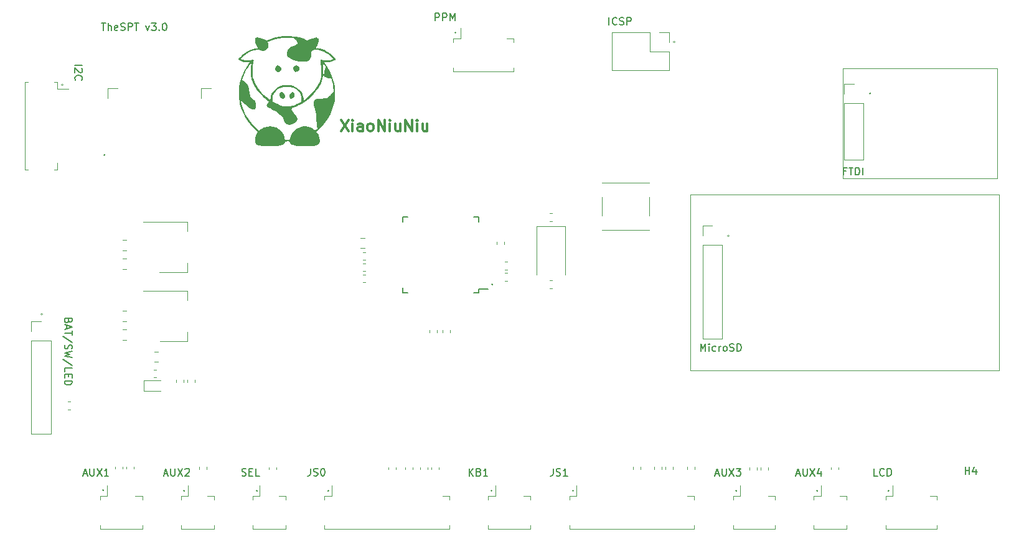
<source format=gbr>
%TF.GenerationSoftware,KiCad,Pcbnew,(5.99.0-2358-g6d8fb94d8)*%
%TF.CreationDate,2020-07-27T20:41:13+08:00*%
%TF.ProjectId,TheSPT_v2,54686553-5054-45f7-9632-2e6b69636164,V3.0*%
%TF.SameCoordinates,Original*%
%TF.FileFunction,Legend,Top*%
%TF.FilePolarity,Positive*%
%FSLAX46Y46*%
G04 Gerber Fmt 4.6, Leading zero omitted, Abs format (unit mm)*
G04 Created by KiCad (PCBNEW (5.99.0-2358-g6d8fb94d8)) date 2020-07-27 20:41:13*
%MOMM*%
%LPD*%
G01*
G04 APERTURE LIST*
%ADD10C,0.120000*%
%ADD11C,0.150000*%
%ADD12C,0.300000*%
G04 APERTURE END LIST*
D10*
X61276000Y-71744000D02*
G75*
G03*
X61276000Y-71744000I-100000J0D01*
G01*
X138746000Y-56350000D02*
G75*
G03*
X138746000Y-56350000I-100000J0D01*
G01*
X167900000Y-117500000D02*
G75*
G03*
X167900000Y-117500000I-100000J0D01*
G01*
X158200000Y-117500000D02*
G75*
G03*
X158200000Y-117500000I-100000J0D01*
G01*
X147200000Y-117500000D02*
G75*
G03*
X147200000Y-117500000I-100000J0D01*
G01*
X125000000Y-117500000D02*
G75*
G03*
X125000000Y-117500000I-100000J0D01*
G01*
X113900000Y-117500000D02*
G75*
G03*
X113900000Y-117500000I-100000J0D01*
G01*
X91700000Y-117500000D02*
G75*
G03*
X91700000Y-117500000I-100000J0D01*
G01*
X82000000Y-117500000D02*
G75*
G03*
X82000000Y-117500000I-100000J0D01*
G01*
X72100000Y-117500000D02*
G75*
G03*
X72100000Y-117500000I-100000J0D01*
G01*
X61100000Y-117400000D02*
G75*
G03*
X61100000Y-117400000I-100000J0D01*
G01*
D11*
X60763809Y-53770380D02*
X61335238Y-53770380D01*
X61049523Y-54770380D02*
X61049523Y-53770380D01*
X61668571Y-54770380D02*
X61668571Y-53770380D01*
X62097142Y-54770380D02*
X62097142Y-54246571D01*
X62049523Y-54151333D01*
X61954285Y-54103714D01*
X61811428Y-54103714D01*
X61716190Y-54151333D01*
X61668571Y-54198952D01*
X62954285Y-54722761D02*
X62859047Y-54770380D01*
X62668571Y-54770380D01*
X62573333Y-54722761D01*
X62525714Y-54627523D01*
X62525714Y-54246571D01*
X62573333Y-54151333D01*
X62668571Y-54103714D01*
X62859047Y-54103714D01*
X62954285Y-54151333D01*
X63001904Y-54246571D01*
X63001904Y-54341809D01*
X62525714Y-54437047D01*
X63382857Y-54722761D02*
X63525714Y-54770380D01*
X63763809Y-54770380D01*
X63859047Y-54722761D01*
X63906666Y-54675142D01*
X63954285Y-54579904D01*
X63954285Y-54484666D01*
X63906666Y-54389428D01*
X63859047Y-54341809D01*
X63763809Y-54294190D01*
X63573333Y-54246571D01*
X63478095Y-54198952D01*
X63430476Y-54151333D01*
X63382857Y-54056095D01*
X63382857Y-53960857D01*
X63430476Y-53865619D01*
X63478095Y-53818000D01*
X63573333Y-53770380D01*
X63811428Y-53770380D01*
X63954285Y-53818000D01*
X64382857Y-54770380D02*
X64382857Y-53770380D01*
X64763809Y-53770380D01*
X64859047Y-53818000D01*
X64906666Y-53865619D01*
X64954285Y-53960857D01*
X64954285Y-54103714D01*
X64906666Y-54198952D01*
X64859047Y-54246571D01*
X64763809Y-54294190D01*
X64382857Y-54294190D01*
X65240000Y-53770380D02*
X65811428Y-53770380D01*
X65525714Y-54770380D02*
X65525714Y-53770380D01*
X66811428Y-54103714D02*
X67049523Y-54770380D01*
X67287619Y-54103714D01*
X67573333Y-53770380D02*
X68192380Y-53770380D01*
X67859047Y-54151333D01*
X68001904Y-54151333D01*
X68097142Y-54198952D01*
X68144761Y-54246571D01*
X68192380Y-54341809D01*
X68192380Y-54579904D01*
X68144761Y-54675142D01*
X68097142Y-54722761D01*
X68001904Y-54770380D01*
X67716190Y-54770380D01*
X67620952Y-54722761D01*
X67573333Y-54675142D01*
X68620952Y-54675142D02*
X68668571Y-54722761D01*
X68620952Y-54770380D01*
X68573333Y-54722761D01*
X68620952Y-54675142D01*
X68620952Y-54770380D01*
X69287619Y-53770380D02*
X69382857Y-53770380D01*
X69478095Y-53818000D01*
X69525714Y-53865619D01*
X69573333Y-53960857D01*
X69620952Y-54151333D01*
X69620952Y-54389428D01*
X69573333Y-54579904D01*
X69525714Y-54675142D01*
X69478095Y-54722761D01*
X69382857Y-54770380D01*
X69287619Y-54770380D01*
X69192380Y-54722761D01*
X69144761Y-54675142D01*
X69097142Y-54579904D01*
X69049523Y-54389428D01*
X69049523Y-54151333D01*
X69097142Y-53960857D01*
X69144761Y-53865619D01*
X69192380Y-53818000D01*
X69287619Y-53770380D01*
D10*
X52740000Y-93434000D02*
G75*
G03*
X52740000Y-93434000I-100000J0D01*
G01*
X55534000Y-62192000D02*
G75*
G03*
X55534000Y-62192000I-100000J0D01*
G01*
X109000000Y-55100000D02*
G75*
G03*
X109000000Y-55100000I-100000J0D01*
G01*
X114000000Y-89400000D02*
G75*
G03*
X114000000Y-89400000I-100000J0D01*
G01*
X146112000Y-82766000D02*
G75*
G03*
X146112000Y-82766000I-100000J0D01*
G01*
X165416000Y-63362000D02*
G75*
G03*
X165416000Y-63362000I-100000J0D01*
G01*
X182880000Y-101120000D02*
X182880000Y-77120000D01*
X140880000Y-101120000D02*
X182880000Y-101120000D01*
X140880000Y-77120000D02*
X140880000Y-101120000D01*
X182880000Y-77120000D02*
X140880000Y-77120000D01*
X182590000Y-74930000D02*
X182590000Y-59930000D01*
X161590000Y-74930000D02*
X182590000Y-74930000D01*
X161590000Y-59930000D02*
X161590000Y-74930000D01*
X182590000Y-59930000D02*
X161590000Y-59930000D01*
D11*
%TO.C,J13*%
X129803809Y-54008380D02*
X129803809Y-53008380D01*
X130851428Y-53913142D02*
X130803809Y-53960761D01*
X130660952Y-54008380D01*
X130565714Y-54008380D01*
X130422857Y-53960761D01*
X130327619Y-53865523D01*
X130280000Y-53770285D01*
X130232380Y-53579809D01*
X130232380Y-53436952D01*
X130280000Y-53246476D01*
X130327619Y-53151238D01*
X130422857Y-53056000D01*
X130565714Y-53008380D01*
X130660952Y-53008380D01*
X130803809Y-53056000D01*
X130851428Y-53103619D01*
X131232380Y-53960761D02*
X131375238Y-54008380D01*
X131613333Y-54008380D01*
X131708571Y-53960761D01*
X131756190Y-53913142D01*
X131803809Y-53817904D01*
X131803809Y-53722666D01*
X131756190Y-53627428D01*
X131708571Y-53579809D01*
X131613333Y-53532190D01*
X131422857Y-53484571D01*
X131327619Y-53436952D01*
X131280000Y-53389333D01*
X131232380Y-53294095D01*
X131232380Y-53198857D01*
X131280000Y-53103619D01*
X131327619Y-53056000D01*
X131422857Y-53008380D01*
X131660952Y-53008380D01*
X131803809Y-53056000D01*
X132232380Y-54008380D02*
X132232380Y-53008380D01*
X132613333Y-53008380D01*
X132708571Y-53056000D01*
X132756190Y-53103619D01*
X132803809Y-53198857D01*
X132803809Y-53341714D01*
X132756190Y-53436952D01*
X132708571Y-53484571D01*
X132613333Y-53532190D01*
X132232380Y-53532190D01*
%TO.C,H4*%
X178238095Y-115252380D02*
X178238095Y-114252380D01*
X178238095Y-114728571D02*
X178809523Y-114728571D01*
X178809523Y-115252380D02*
X178809523Y-114252380D01*
X179714285Y-114585714D02*
X179714285Y-115252380D01*
X179476190Y-114204761D02*
X179238095Y-114919047D01*
X179857142Y-114919047D01*
D12*
%TO.C,XiaoNiuNiu*%
X93325142Y-66945428D02*
X94341142Y-68469428D01*
X94341142Y-66945428D02*
X93325142Y-68469428D01*
X94921714Y-68469428D02*
X94921714Y-67453428D01*
X94921714Y-66945428D02*
X94849142Y-67018000D01*
X94921714Y-67090571D01*
X94994285Y-67018000D01*
X94921714Y-66945428D01*
X94921714Y-67090571D01*
X96300571Y-68469428D02*
X96300571Y-67671142D01*
X96228000Y-67526000D01*
X96082857Y-67453428D01*
X95792571Y-67453428D01*
X95647428Y-67526000D01*
X96300571Y-68396857D02*
X96155428Y-68469428D01*
X95792571Y-68469428D01*
X95647428Y-68396857D01*
X95574857Y-68251714D01*
X95574857Y-68106571D01*
X95647428Y-67961428D01*
X95792571Y-67888857D01*
X96155428Y-67888857D01*
X96300571Y-67816285D01*
X97244000Y-68469428D02*
X97098857Y-68396857D01*
X97026285Y-68324285D01*
X96953714Y-68179142D01*
X96953714Y-67743714D01*
X97026285Y-67598571D01*
X97098857Y-67526000D01*
X97244000Y-67453428D01*
X97461714Y-67453428D01*
X97606857Y-67526000D01*
X97679428Y-67598571D01*
X97752000Y-67743714D01*
X97752000Y-68179142D01*
X97679428Y-68324285D01*
X97606857Y-68396857D01*
X97461714Y-68469428D01*
X97244000Y-68469428D01*
X98405142Y-68469428D02*
X98405142Y-66945428D01*
X99276000Y-68469428D01*
X99276000Y-66945428D01*
X100001714Y-68469428D02*
X100001714Y-67453428D01*
X100001714Y-66945428D02*
X99929142Y-67018000D01*
X100001714Y-67090571D01*
X100074285Y-67018000D01*
X100001714Y-66945428D01*
X100001714Y-67090571D01*
X101380571Y-67453428D02*
X101380571Y-68469428D01*
X100727428Y-67453428D02*
X100727428Y-68251714D01*
X100800000Y-68396857D01*
X100945142Y-68469428D01*
X101162857Y-68469428D01*
X101308000Y-68396857D01*
X101380571Y-68324285D01*
X102106285Y-68469428D02*
X102106285Y-66945428D01*
X102977142Y-68469428D01*
X102977142Y-66945428D01*
X103702857Y-68469428D02*
X103702857Y-67453428D01*
X103702857Y-66945428D02*
X103630285Y-67018000D01*
X103702857Y-67090571D01*
X103775428Y-67018000D01*
X103702857Y-66945428D01*
X103702857Y-67090571D01*
X105081714Y-67453428D02*
X105081714Y-68469428D01*
X104428571Y-67453428D02*
X104428571Y-68251714D01*
X104501142Y-68396857D01*
X104646285Y-68469428D01*
X104864000Y-68469428D01*
X105009142Y-68396857D01*
X105081714Y-68324285D01*
D11*
%TO.C,J5*%
X144285714Y-115166666D02*
X144761904Y-115166666D01*
X144190476Y-115452380D02*
X144523809Y-114452380D01*
X144857142Y-115452380D01*
X145190476Y-114452380D02*
X145190476Y-115261904D01*
X145238095Y-115357142D01*
X145285714Y-115404761D01*
X145380952Y-115452380D01*
X145571428Y-115452380D01*
X145666666Y-115404761D01*
X145714285Y-115357142D01*
X145761904Y-115261904D01*
X145761904Y-114452380D01*
X146142857Y-114452380D02*
X146809523Y-115452380D01*
X146809523Y-114452380D02*
X146142857Y-115452380D01*
X147095238Y-114452380D02*
X147714285Y-114452380D01*
X147380952Y-114833333D01*
X147523809Y-114833333D01*
X147619047Y-114880952D01*
X147666666Y-114928571D01*
X147714285Y-115023809D01*
X147714285Y-115261904D01*
X147666666Y-115357142D01*
X147619047Y-115404761D01*
X147523809Y-115452380D01*
X147238095Y-115452380D01*
X147142857Y-115404761D01*
X147095238Y-115357142D01*
%TO.C,J15*%
X57147619Y-59523809D02*
X58147619Y-59523809D01*
X58052380Y-59952380D02*
X58100000Y-60000000D01*
X58147619Y-60095238D01*
X58147619Y-60333333D01*
X58100000Y-60428571D01*
X58052380Y-60476190D01*
X57957142Y-60523809D01*
X57861904Y-60523809D01*
X57719047Y-60476190D01*
X57147619Y-59904761D01*
X57147619Y-60523809D01*
X57242857Y-61523809D02*
X57195238Y-61476190D01*
X57147619Y-61333333D01*
X57147619Y-61238095D01*
X57195238Y-61095238D01*
X57290476Y-61000000D01*
X57385714Y-60952380D01*
X57576190Y-60904761D01*
X57719047Y-60904761D01*
X57909523Y-60952380D01*
X58004761Y-61000000D01*
X58100000Y-61095238D01*
X58147619Y-61238095D01*
X58147619Y-61333333D01*
X58100000Y-61476190D01*
X58052380Y-61523809D01*
%TO.C,J14*%
X122190476Y-114452380D02*
X122190476Y-115166666D01*
X122142857Y-115309523D01*
X122047619Y-115404761D01*
X121904761Y-115452380D01*
X121809523Y-115452380D01*
X122619047Y-115404761D02*
X122761904Y-115452380D01*
X123000000Y-115452380D01*
X123095238Y-115404761D01*
X123142857Y-115357142D01*
X123190476Y-115261904D01*
X123190476Y-115166666D01*
X123142857Y-115071428D01*
X123095238Y-115023809D01*
X123000000Y-114976190D01*
X122809523Y-114928571D01*
X122714285Y-114880952D01*
X122666666Y-114833333D01*
X122619047Y-114738095D01*
X122619047Y-114642857D01*
X122666666Y-114547619D01*
X122714285Y-114500000D01*
X122809523Y-114452380D01*
X123047619Y-114452380D01*
X123190476Y-114500000D01*
X124142857Y-115452380D02*
X123571428Y-115452380D01*
X123857142Y-115452380D02*
X123857142Y-114452380D01*
X123761904Y-114595238D01*
X123666666Y-114690476D01*
X123571428Y-114738095D01*
%TO.C,J12*%
X162023809Y-73928571D02*
X161690476Y-73928571D01*
X161690476Y-74452380D02*
X161690476Y-73452380D01*
X162166666Y-73452380D01*
X162404761Y-73452380D02*
X162976190Y-73452380D01*
X162690476Y-74452380D02*
X162690476Y-73452380D01*
X163309523Y-74452380D02*
X163309523Y-73452380D01*
X163547619Y-73452380D01*
X163690476Y-73500000D01*
X163785714Y-73595238D01*
X163833333Y-73690476D01*
X163880952Y-73880952D01*
X163880952Y-74023809D01*
X163833333Y-74214285D01*
X163785714Y-74309523D01*
X163690476Y-74404761D01*
X163547619Y-74452380D01*
X163309523Y-74452380D01*
X164309523Y-74452380D02*
X164309523Y-73452380D01*
%TO.C,J11*%
X166309523Y-115452380D02*
X165833333Y-115452380D01*
X165833333Y-114452380D01*
X167214285Y-115357142D02*
X167166666Y-115404761D01*
X167023809Y-115452380D01*
X166928571Y-115452380D01*
X166785714Y-115404761D01*
X166690476Y-115309523D01*
X166642857Y-115214285D01*
X166595238Y-115023809D01*
X166595238Y-114880952D01*
X166642857Y-114690476D01*
X166690476Y-114595238D01*
X166785714Y-114500000D01*
X166928571Y-114452380D01*
X167023809Y-114452380D01*
X167166666Y-114500000D01*
X167214285Y-114547619D01*
X167642857Y-115452380D02*
X167642857Y-114452380D01*
X167880952Y-114452380D01*
X168023809Y-114500000D01*
X168119047Y-114595238D01*
X168166666Y-114690476D01*
X168214285Y-114880952D01*
X168214285Y-115023809D01*
X168166666Y-115214285D01*
X168119047Y-115309523D01*
X168023809Y-115404761D01*
X167880952Y-115452380D01*
X167642857Y-115452380D01*
%TO.C,J10*%
X89190476Y-114452380D02*
X89190476Y-115166666D01*
X89142857Y-115309523D01*
X89047619Y-115404761D01*
X88904761Y-115452380D01*
X88809523Y-115452380D01*
X89619047Y-115404761D02*
X89761904Y-115452380D01*
X90000000Y-115452380D01*
X90095238Y-115404761D01*
X90142857Y-115357142D01*
X90190476Y-115261904D01*
X90190476Y-115166666D01*
X90142857Y-115071428D01*
X90095238Y-115023809D01*
X90000000Y-114976190D01*
X89809523Y-114928571D01*
X89714285Y-114880952D01*
X89666666Y-114833333D01*
X89619047Y-114738095D01*
X89619047Y-114642857D01*
X89666666Y-114547619D01*
X89714285Y-114500000D01*
X89809523Y-114452380D01*
X90047619Y-114452380D01*
X90190476Y-114500000D01*
X90809523Y-114452380D02*
X90904761Y-114452380D01*
X91000000Y-114500000D01*
X91047619Y-114547619D01*
X91095238Y-114642857D01*
X91142857Y-114833333D01*
X91142857Y-115071428D01*
X91095238Y-115261904D01*
X91047619Y-115357142D01*
X91000000Y-115404761D01*
X90904761Y-115452380D01*
X90809523Y-115452380D01*
X90714285Y-115404761D01*
X90666666Y-115357142D01*
X90619047Y-115261904D01*
X90571428Y-115071428D01*
X90571428Y-114833333D01*
X90619047Y-114642857D01*
X90666666Y-114547619D01*
X90714285Y-114500000D01*
X90809523Y-114452380D01*
%TO.C,J9*%
X106166666Y-53452380D02*
X106166666Y-52452380D01*
X106547619Y-52452380D01*
X106642857Y-52500000D01*
X106690476Y-52547619D01*
X106738095Y-52642857D01*
X106738095Y-52785714D01*
X106690476Y-52880952D01*
X106642857Y-52928571D01*
X106547619Y-52976190D01*
X106166666Y-52976190D01*
X107166666Y-53452380D02*
X107166666Y-52452380D01*
X107547619Y-52452380D01*
X107642857Y-52500000D01*
X107690476Y-52547619D01*
X107738095Y-52642857D01*
X107738095Y-52785714D01*
X107690476Y-52880952D01*
X107642857Y-52928571D01*
X107547619Y-52976190D01*
X107166666Y-52976190D01*
X108166666Y-53452380D02*
X108166666Y-52452380D01*
X108500000Y-53166666D01*
X108833333Y-52452380D01*
X108833333Y-53452380D01*
%TO.C,J8*%
X142257904Y-98458380D02*
X142257904Y-97458380D01*
X142591238Y-98172666D01*
X142924571Y-97458380D01*
X142924571Y-98458380D01*
X143400761Y-98458380D02*
X143400761Y-97791714D01*
X143400761Y-97458380D02*
X143353142Y-97506000D01*
X143400761Y-97553619D01*
X143448380Y-97506000D01*
X143400761Y-97458380D01*
X143400761Y-97553619D01*
X144305523Y-98410761D02*
X144210285Y-98458380D01*
X144019809Y-98458380D01*
X143924571Y-98410761D01*
X143876952Y-98363142D01*
X143829333Y-98267904D01*
X143829333Y-97982190D01*
X143876952Y-97886952D01*
X143924571Y-97839333D01*
X144019809Y-97791714D01*
X144210285Y-97791714D01*
X144305523Y-97839333D01*
X144734095Y-98458380D02*
X144734095Y-97791714D01*
X144734095Y-97982190D02*
X144781714Y-97886952D01*
X144829333Y-97839333D01*
X144924571Y-97791714D01*
X145019809Y-97791714D01*
X145496000Y-98458380D02*
X145400761Y-98410761D01*
X145353142Y-98363142D01*
X145305523Y-98267904D01*
X145305523Y-97982190D01*
X145353142Y-97886952D01*
X145400761Y-97839333D01*
X145496000Y-97791714D01*
X145638857Y-97791714D01*
X145734095Y-97839333D01*
X145781714Y-97886952D01*
X145829333Y-97982190D01*
X145829333Y-98267904D01*
X145781714Y-98363142D01*
X145734095Y-98410761D01*
X145638857Y-98458380D01*
X145496000Y-98458380D01*
X146210285Y-98410761D02*
X146353142Y-98458380D01*
X146591238Y-98458380D01*
X146686476Y-98410761D01*
X146734095Y-98363142D01*
X146781714Y-98267904D01*
X146781714Y-98172666D01*
X146734095Y-98077428D01*
X146686476Y-98029809D01*
X146591238Y-97982190D01*
X146400761Y-97934571D01*
X146305523Y-97886952D01*
X146257904Y-97839333D01*
X146210285Y-97744095D01*
X146210285Y-97648857D01*
X146257904Y-97553619D01*
X146305523Y-97506000D01*
X146400761Y-97458380D01*
X146638857Y-97458380D01*
X146781714Y-97506000D01*
X147210285Y-98458380D02*
X147210285Y-97458380D01*
X147448380Y-97458380D01*
X147591238Y-97506000D01*
X147686476Y-97601238D01*
X147734095Y-97696476D01*
X147781714Y-97886952D01*
X147781714Y-98029809D01*
X147734095Y-98220285D01*
X147686476Y-98315523D01*
X147591238Y-98410761D01*
X147448380Y-98458380D01*
X147210285Y-98458380D01*
%TO.C,J7*%
X155285714Y-115166666D02*
X155761904Y-115166666D01*
X155190476Y-115452380D02*
X155523809Y-114452380D01*
X155857142Y-115452380D01*
X156190476Y-114452380D02*
X156190476Y-115261904D01*
X156238095Y-115357142D01*
X156285714Y-115404761D01*
X156380952Y-115452380D01*
X156571428Y-115452380D01*
X156666666Y-115404761D01*
X156714285Y-115357142D01*
X156761904Y-115261904D01*
X156761904Y-114452380D01*
X157142857Y-114452380D02*
X157809523Y-115452380D01*
X157809523Y-114452380D02*
X157142857Y-115452380D01*
X158619047Y-114785714D02*
X158619047Y-115452380D01*
X158380952Y-114404761D02*
X158142857Y-115119047D01*
X158761904Y-115119047D01*
%TO.C,J6*%
X110761904Y-115452380D02*
X110761904Y-114452380D01*
X111333333Y-115452380D02*
X110904761Y-114880952D01*
X111333333Y-114452380D02*
X110761904Y-115023809D01*
X112095238Y-114928571D02*
X112238095Y-114976190D01*
X112285714Y-115023809D01*
X112333333Y-115119047D01*
X112333333Y-115261904D01*
X112285714Y-115357142D01*
X112238095Y-115404761D01*
X112142857Y-115452380D01*
X111761904Y-115452380D01*
X111761904Y-114452380D01*
X112095238Y-114452380D01*
X112190476Y-114500000D01*
X112238095Y-114547619D01*
X112285714Y-114642857D01*
X112285714Y-114738095D01*
X112238095Y-114833333D01*
X112190476Y-114880952D01*
X112095238Y-114928571D01*
X111761904Y-114928571D01*
X113285714Y-115452380D02*
X112714285Y-115452380D01*
X113000000Y-115452380D02*
X113000000Y-114452380D01*
X112904761Y-114595238D01*
X112809523Y-114690476D01*
X112714285Y-114738095D01*
%TO.C,J4*%
X58285714Y-115166666D02*
X58761904Y-115166666D01*
X58190476Y-115452380D02*
X58523809Y-114452380D01*
X58857142Y-115452380D01*
X59190476Y-114452380D02*
X59190476Y-115261904D01*
X59238095Y-115357142D01*
X59285714Y-115404761D01*
X59380952Y-115452380D01*
X59571428Y-115452380D01*
X59666666Y-115404761D01*
X59714285Y-115357142D01*
X59761904Y-115261904D01*
X59761904Y-114452380D01*
X60142857Y-114452380D02*
X60809523Y-115452380D01*
X60809523Y-114452380D02*
X60142857Y-115452380D01*
X61714285Y-115452380D02*
X61142857Y-115452380D01*
X61428571Y-115452380D02*
X61428571Y-114452380D01*
X61333333Y-114595238D01*
X61238095Y-114690476D01*
X61142857Y-114738095D01*
%TO.C,J3*%
X79857142Y-115404761D02*
X80000000Y-115452380D01*
X80238095Y-115452380D01*
X80333333Y-115404761D01*
X80380952Y-115357142D01*
X80428571Y-115261904D01*
X80428571Y-115166666D01*
X80380952Y-115071428D01*
X80333333Y-115023809D01*
X80238095Y-114976190D01*
X80047619Y-114928571D01*
X79952380Y-114880952D01*
X79904761Y-114833333D01*
X79857142Y-114738095D01*
X79857142Y-114642857D01*
X79904761Y-114547619D01*
X79952380Y-114500000D01*
X80047619Y-114452380D01*
X80285714Y-114452380D01*
X80428571Y-114500000D01*
X80857142Y-114928571D02*
X81190476Y-114928571D01*
X81333333Y-115452380D02*
X80857142Y-115452380D01*
X80857142Y-114452380D01*
X81333333Y-114452380D01*
X82238095Y-115452380D02*
X81761904Y-115452380D01*
X81761904Y-114452380D01*
%TO.C,J2*%
X56271428Y-94309523D02*
X56223809Y-94452380D01*
X56176190Y-94500000D01*
X56080952Y-94547619D01*
X55938095Y-94547619D01*
X55842857Y-94500000D01*
X55795238Y-94452380D01*
X55747619Y-94357142D01*
X55747619Y-93976190D01*
X56747619Y-93976190D01*
X56747619Y-94309523D01*
X56700000Y-94404761D01*
X56652380Y-94452380D01*
X56557142Y-94500000D01*
X56461904Y-94500000D01*
X56366666Y-94452380D01*
X56319047Y-94404761D01*
X56271428Y-94309523D01*
X56271428Y-93976190D01*
X56033333Y-94928571D02*
X56033333Y-95404761D01*
X55747619Y-94833333D02*
X56747619Y-95166666D01*
X55747619Y-95500000D01*
X56747619Y-95690476D02*
X56747619Y-96261904D01*
X55747619Y-95976190D02*
X56747619Y-95976190D01*
X56795238Y-97309523D02*
X55509523Y-96452380D01*
X55795238Y-97595238D02*
X55747619Y-97738095D01*
X55747619Y-97976190D01*
X55795238Y-98071428D01*
X55842857Y-98119047D01*
X55938095Y-98166666D01*
X56033333Y-98166666D01*
X56128571Y-98119047D01*
X56176190Y-98071428D01*
X56223809Y-97976190D01*
X56271428Y-97785714D01*
X56319047Y-97690476D01*
X56366666Y-97642857D01*
X56461904Y-97595238D01*
X56557142Y-97595238D01*
X56652380Y-97642857D01*
X56700000Y-97690476D01*
X56747619Y-97785714D01*
X56747619Y-98023809D01*
X56700000Y-98166666D01*
X56747619Y-98500000D02*
X55747619Y-98738095D01*
X56461904Y-98928571D01*
X55747619Y-99119047D01*
X56747619Y-99357142D01*
X56795238Y-100452380D02*
X55509523Y-99595238D01*
X55747619Y-101261904D02*
X55747619Y-100785714D01*
X56747619Y-100785714D01*
X56271428Y-101595238D02*
X56271428Y-101928571D01*
X55747619Y-102071428D02*
X55747619Y-101595238D01*
X56747619Y-101595238D01*
X56747619Y-102071428D01*
X55747619Y-102500000D02*
X56747619Y-102500000D01*
X56747619Y-102738095D01*
X56700000Y-102880952D01*
X56604761Y-102976190D01*
X56509523Y-103023809D01*
X56319047Y-103071428D01*
X56176190Y-103071428D01*
X55985714Y-103023809D01*
X55890476Y-102976190D01*
X55795238Y-102880952D01*
X55747619Y-102738095D01*
X55747619Y-102500000D01*
%TO.C,J1*%
X69285714Y-115166666D02*
X69761904Y-115166666D01*
X69190476Y-115452380D02*
X69523809Y-114452380D01*
X69857142Y-115452380D01*
X70190476Y-114452380D02*
X70190476Y-115261904D01*
X70238095Y-115357142D01*
X70285714Y-115404761D01*
X70380952Y-115452380D01*
X70571428Y-115452380D01*
X70666666Y-115404761D01*
X70714285Y-115357142D01*
X70761904Y-115261904D01*
X70761904Y-114452380D01*
X71142857Y-114452380D02*
X71809523Y-115452380D01*
X71809523Y-114452380D02*
X71142857Y-115452380D01*
X72142857Y-114547619D02*
X72190476Y-114500000D01*
X72285714Y-114452380D01*
X72523809Y-114452380D01*
X72619047Y-114500000D01*
X72666666Y-114547619D01*
X72714285Y-114642857D01*
X72714285Y-114738095D01*
X72666666Y-114880952D01*
X72095238Y-115452380D01*
X72714285Y-115452380D01*
D10*
%TO.C,U4*%
X74324000Y-62684000D02*
X75654000Y-62684000D01*
X74324000Y-64014000D02*
X74324000Y-62684000D01*
X61624000Y-63970000D02*
X61624000Y-62640000D01*
X61624000Y-62640000D02*
X62954000Y-62640000D01*
%TO.C,J13*%
X137944000Y-55020000D02*
X137944000Y-56350000D01*
X136614000Y-55020000D02*
X137944000Y-55020000D01*
X137944000Y-57620000D02*
X137944000Y-60220000D01*
X135344000Y-57620000D02*
X137944000Y-57620000D01*
X135344000Y-55020000D02*
X135344000Y-57620000D01*
X137944000Y-60220000D02*
X130204000Y-60220000D01*
X135344000Y-55020000D02*
X130204000Y-55020000D01*
X130204000Y-55020000D02*
X130204000Y-60220000D01*
%TO.C,XiaoNiuNiu*%
G36*
X87425593Y-59580861D02*
G01*
X87565934Y-59672252D01*
X87660972Y-59809163D01*
X87697458Y-59973356D01*
X87662141Y-60146589D01*
X87559988Y-60293190D01*
X87383974Y-60412128D01*
X87197442Y-60435163D01*
X87013586Y-60360698D01*
X87011954Y-60359559D01*
X86883073Y-60215514D01*
X86830722Y-60037457D01*
X86853001Y-59853953D01*
X86948009Y-59693568D01*
X87061996Y-59607603D01*
X87253197Y-59553232D01*
X87425593Y-59580861D01*
G37*
G36*
X84921699Y-59583022D02*
G01*
X85067018Y-59665551D01*
X85173962Y-59792690D01*
X85223631Y-59952477D01*
X85197125Y-60132954D01*
X85174099Y-60184371D01*
X85041540Y-60353545D01*
X84875671Y-60433983D01*
X84694395Y-60422836D01*
X84515613Y-60317255D01*
X84490210Y-60293190D01*
X84371034Y-60117103D01*
X84349384Y-59931477D01*
X84426143Y-59747326D01*
X84444486Y-59722679D01*
X84591533Y-59599626D01*
X84756904Y-59557060D01*
X84921699Y-59583022D01*
G37*
G36*
X86839239Y-63164115D02*
G01*
X86930460Y-63228289D01*
X86953755Y-63250988D01*
X87036494Y-63398293D01*
X87047667Y-63579429D01*
X86994536Y-63766055D01*
X86884362Y-63929829D01*
X86754608Y-64028202D01*
X86598487Y-64092465D01*
X86486305Y-64088618D01*
X86386247Y-64014438D01*
X86374380Y-64001629D01*
X86296262Y-63847170D01*
X86293296Y-63663193D01*
X86357480Y-63476435D01*
X86480811Y-63313633D01*
X86607334Y-63223324D01*
X86744727Y-63163514D01*
X86839239Y-63164115D01*
G37*
G36*
X85357656Y-63195135D02*
G01*
X85530126Y-63301334D01*
X85657069Y-63457154D01*
X85729533Y-63637713D01*
X85738567Y-63818127D01*
X85675220Y-63973514D01*
X85648617Y-64003953D01*
X85516209Y-64090128D01*
X85374946Y-64083713D01*
X85212120Y-63983943D01*
X85204041Y-63977211D01*
X85074760Y-63827143D01*
X84988366Y-63646728D01*
X84959690Y-63472653D01*
X84971123Y-63401032D01*
X85057229Y-63267346D01*
X85192831Y-63190626D01*
X85342237Y-63189886D01*
X85357656Y-63195135D01*
G37*
G36*
X79443849Y-63217373D02*
G01*
X79503842Y-62443230D01*
X79653008Y-61680502D01*
X79890453Y-60938706D01*
X80215280Y-60227360D01*
X80626595Y-59555980D01*
X80759578Y-59373221D01*
X80939659Y-59134783D01*
X80671312Y-59134041D01*
X80432514Y-59119113D01*
X80179013Y-59079595D01*
X79930349Y-59021517D01*
X79706063Y-58950908D01*
X79525698Y-58873798D01*
X79408795Y-58796218D01*
X79373914Y-58733687D01*
X79407462Y-58669464D01*
X79725297Y-58669464D01*
X79771111Y-58709498D01*
X79892237Y-58755032D01*
X80064199Y-58800535D01*
X80262521Y-58840475D01*
X80462727Y-58869320D01*
X80640341Y-58881538D01*
X80663862Y-58881591D01*
X80861537Y-58863839D01*
X81058134Y-58822304D01*
X81105732Y-58807051D01*
X81279809Y-58749086D01*
X81394376Y-58731421D01*
X81456531Y-58765544D01*
X81473370Y-58862942D01*
X81451993Y-59035104D01*
X81401244Y-59285376D01*
X81359256Y-59548105D01*
X81330691Y-59865271D01*
X81315935Y-60208533D01*
X81315377Y-60549551D01*
X81329403Y-60859987D01*
X81358401Y-61111499D01*
X81375173Y-61192886D01*
X81462772Y-61468212D01*
X81595194Y-61789808D01*
X81756618Y-62123933D01*
X81931219Y-62436849D01*
X82034246Y-62598211D01*
X82263203Y-62900919D01*
X82551945Y-63229936D01*
X82875018Y-63558525D01*
X83206969Y-63859949D01*
X83339526Y-63969314D01*
X83716008Y-64269830D01*
X83739347Y-64085170D01*
X84042104Y-64085170D01*
X84047647Y-64281888D01*
X84070880Y-64421067D01*
X84073780Y-64429179D01*
X84140416Y-64500093D01*
X84284003Y-64593008D01*
X84485812Y-64699522D01*
X84727113Y-64811231D01*
X84989178Y-64919735D01*
X85253275Y-65016631D01*
X85500675Y-65093517D01*
X85623518Y-65124383D01*
X85876185Y-65151217D01*
X86183249Y-65137767D01*
X86508185Y-65086312D01*
X86606892Y-65062986D01*
X86829749Y-64995658D01*
X87083880Y-64903202D01*
X87341353Y-64797452D01*
X87574233Y-64690244D01*
X87754588Y-64593412D01*
X87822424Y-64547983D01*
X87914933Y-64418778D01*
X87963897Y-64224402D01*
X87970341Y-63989639D01*
X87935293Y-63739278D01*
X87859778Y-63498103D01*
X87771969Y-63330036D01*
X87511710Y-63018361D01*
X87190748Y-62773805D01*
X86823963Y-62597409D01*
X86426233Y-62490211D01*
X86012437Y-62453250D01*
X85597454Y-62487566D01*
X85196164Y-62594197D01*
X84823444Y-62774183D01*
X84494174Y-63028563D01*
X84427325Y-63096448D01*
X84292094Y-63254990D01*
X84177676Y-63413741D01*
X84114584Y-63526525D01*
X84077275Y-63669814D01*
X84052548Y-63868587D01*
X84042104Y-64085170D01*
X83739347Y-64085170D01*
X83752555Y-63980668D01*
X83797751Y-63758505D01*
X83870869Y-63523604D01*
X83911200Y-63424806D01*
X84131949Y-63057855D01*
X84431897Y-62749923D01*
X84812803Y-62499502D01*
X85175751Y-62340013D01*
X85470648Y-62265927D01*
X85821233Y-62229171D01*
X86189997Y-62229744D01*
X86539430Y-62267647D01*
X86824250Y-62340013D01*
X87254338Y-62538770D01*
X87616533Y-62793326D01*
X87903912Y-63095825D01*
X88109551Y-63438409D01*
X88226524Y-63813221D01*
X88245422Y-63952596D01*
X88265115Y-64111679D01*
X88288747Y-64221202D01*
X88307814Y-64254941D01*
X88357661Y-64224540D01*
X88468003Y-64141654D01*
X88622791Y-64018757D01*
X88805972Y-63868324D01*
X88815616Y-63860280D01*
X89344470Y-63368766D01*
X89794894Y-62844958D01*
X90161416Y-62297052D01*
X90438564Y-61733243D01*
X90620866Y-61161726D01*
X90622698Y-61153801D01*
X90652582Y-60948127D01*
X90668678Y-60670687D01*
X90671423Y-60349097D01*
X90661254Y-60010973D01*
X90638609Y-59683931D01*
X90603924Y-59395588D01*
X90593921Y-59335573D01*
X90548060Y-59066359D01*
X90527715Y-58883952D01*
X90539600Y-58776539D01*
X90590426Y-58732307D01*
X90686907Y-58739446D01*
X90835756Y-58786142D01*
X90894269Y-58807051D01*
X91075610Y-58853236D01*
X91280975Y-58879510D01*
X91336139Y-58881591D01*
X91508167Y-58872390D01*
X91706513Y-58845720D01*
X91906701Y-58807112D01*
X92084256Y-58762099D01*
X92214701Y-58716213D01*
X92273562Y-58674984D01*
X92274704Y-58669464D01*
X92236806Y-58599369D01*
X92134566Y-58486062D01*
X91985163Y-58344924D01*
X91805779Y-58191337D01*
X91613592Y-58040682D01*
X91425783Y-57908341D01*
X91421344Y-57905434D01*
X90959404Y-57655305D01*
X90469563Y-57494883D01*
X90116206Y-57433731D01*
X89901282Y-57413390D01*
X89758425Y-57415292D01*
X89661505Y-57440768D01*
X89628545Y-57458610D01*
X89505700Y-57513081D01*
X89421193Y-57528459D01*
X89375495Y-57537954D01*
X89345288Y-57578828D01*
X89325930Y-57669660D01*
X89312777Y-57829031D01*
X89304616Y-57994955D01*
X89278189Y-58305805D01*
X89224342Y-58536912D01*
X89134385Y-58707166D01*
X88999626Y-58835457D01*
X88886364Y-58903997D01*
X88644592Y-58987813D01*
X88342003Y-59027008D01*
X87997979Y-59025546D01*
X87631903Y-58987390D01*
X87263155Y-58916506D01*
X86911117Y-58816856D01*
X86595171Y-58692407D01*
X86334698Y-58547120D01*
X86149081Y-58384962D01*
X86112945Y-58336747D01*
X86016843Y-58105461D01*
X86001919Y-57843386D01*
X86064145Y-57572824D01*
X86199495Y-57316082D01*
X86323997Y-57167955D01*
X86436417Y-57085847D01*
X86609693Y-56992548D01*
X86808805Y-56906642D01*
X86834336Y-56897142D01*
X87127122Y-56778433D01*
X87324631Y-56665598D01*
X87430870Y-56549630D01*
X87449848Y-56421522D01*
X87385573Y-56272269D01*
X87242053Y-56092865D01*
X87208306Y-56056877D01*
X86960880Y-55797503D01*
X86203991Y-55779042D01*
X85451332Y-55793575D01*
X84768101Y-55876307D01*
X84149171Y-56028199D01*
X83589414Y-56250214D01*
X83526197Y-56281502D01*
X83409702Y-56345413D01*
X83369337Y-56393690D01*
X83390313Y-56453280D01*
X83413252Y-56487299D01*
X83480293Y-56663279D01*
X83479231Y-56876389D01*
X83416323Y-57096307D01*
X83297823Y-57292709D01*
X83233051Y-57360828D01*
X83036877Y-57479904D01*
X82794340Y-57541809D01*
X82547713Y-57536523D01*
X82517677Y-57530405D01*
X82381808Y-57491203D01*
X82289369Y-57449775D01*
X82278376Y-57441142D01*
X82200618Y-57420071D01*
X82050307Y-57421261D01*
X81851974Y-57441413D01*
X81630152Y-57477224D01*
X81409373Y-57525394D01*
X81214170Y-57582619D01*
X81206127Y-57585444D01*
X81005168Y-57670574D01*
X80775045Y-57788473D01*
X80578657Y-57905434D01*
X80391174Y-58037127D01*
X80198888Y-58187515D01*
X80018980Y-58341215D01*
X79868629Y-58482846D01*
X79765017Y-58597027D01*
X79725322Y-58668374D01*
X79725297Y-58669464D01*
X79407462Y-58669464D01*
X79408652Y-58667187D01*
X79503644Y-58548750D01*
X79645056Y-58394186D01*
X79819053Y-58219309D01*
X79849989Y-58189546D01*
X80089857Y-57968154D01*
X80294019Y-57801314D01*
X80492215Y-57667443D01*
X80714184Y-57544961D01*
X80791195Y-57506555D01*
X81070327Y-57384451D01*
X81348875Y-57288436D01*
X81605147Y-57223928D01*
X81817452Y-57196344D01*
X81964098Y-57211103D01*
X81968169Y-57212603D01*
X82024978Y-57217722D01*
X82026435Y-57197624D01*
X81995283Y-57133187D01*
X81932511Y-57004128D01*
X81850567Y-56836033D01*
X81833704Y-56801478D01*
X81690759Y-56434784D01*
X81642035Y-56166337D01*
X81634243Y-56001142D01*
X81647931Y-55903075D01*
X81693204Y-55839517D01*
X81757926Y-55792270D01*
X81849538Y-55742859D01*
X81944185Y-55727111D01*
X82079031Y-55742315D01*
X82177737Y-55761629D01*
X82368770Y-55815130D01*
X82598283Y-55899119D01*
X82816892Y-55995508D01*
X82818785Y-55996438D01*
X83176502Y-56172463D01*
X83500080Y-56025746D01*
X84162448Y-55777818D01*
X84866192Y-55610968D01*
X85594823Y-55525221D01*
X86331850Y-55520601D01*
X87060784Y-55597130D01*
X87765134Y-55754834D01*
X88428412Y-55993735D01*
X88484022Y-56018537D01*
X88791701Y-56158045D01*
X89115119Y-55991442D01*
X89434244Y-55849233D01*
X89719263Y-55765832D01*
X89959573Y-55742005D01*
X90144576Y-55778523D01*
X90263670Y-55876153D01*
X90280450Y-55906949D01*
X90307230Y-56063134D01*
X90283157Y-56280697D01*
X90213045Y-56537471D01*
X90101710Y-56811286D01*
X90069983Y-56875908D01*
X89992658Y-57052508D01*
X89965592Y-57172756D01*
X89989134Y-57226496D01*
X90058626Y-57206737D01*
X90160241Y-57190021D01*
X90331368Y-57209869D01*
X90550419Y-57260655D01*
X90795806Y-57336750D01*
X91045943Y-57432529D01*
X91208806Y-57506555D01*
X91443950Y-57629859D01*
X91646247Y-57757967D01*
X91845435Y-57912460D01*
X92071256Y-58114919D01*
X92150012Y-58189546D01*
X92328062Y-58366258D01*
X92475814Y-58525270D01*
X92579434Y-58650770D01*
X92625086Y-58726945D01*
X92626087Y-58733687D01*
X92579461Y-58806587D01*
X92452665Y-58884376D01*
X92265325Y-58960974D01*
X92037064Y-59030298D01*
X91787508Y-59086268D01*
X91536281Y-59122803D01*
X91334082Y-59134041D01*
X91071128Y-59134783D01*
X91342299Y-59512715D01*
X91768392Y-60192344D01*
X92108138Y-60923019D01*
X92361256Y-61704103D01*
X92433686Y-62009417D01*
X92502578Y-62440580D01*
X92541310Y-62929955D01*
X92549955Y-63444406D01*
X92528584Y-63950798D01*
X92477268Y-64415997D01*
X92427897Y-64680562D01*
X92198306Y-65484028D01*
X91885482Y-66231820D01*
X91487968Y-66926502D01*
X91004307Y-67570637D01*
X90463586Y-68138198D01*
X90006507Y-68568472D01*
X90110866Y-68715031D01*
X90290422Y-69040114D01*
X90409612Y-69411715D01*
X90448995Y-69676285D01*
X90452602Y-69924904D01*
X90411904Y-70103353D01*
X90314091Y-70236789D01*
X90146350Y-70350370D01*
X90091107Y-70379052D01*
X90007247Y-70419122D01*
X89926751Y-70449864D01*
X89834896Y-70472750D01*
X89716959Y-70489253D01*
X89558216Y-70500846D01*
X89343943Y-70509001D01*
X89059417Y-70515192D01*
X88689914Y-70520890D01*
X88670290Y-70521169D01*
X88138393Y-70524214D01*
X87697213Y-70515558D01*
X87337549Y-70493258D01*
X87050199Y-70455370D01*
X86825960Y-70399952D01*
X86655632Y-70325060D01*
X86530010Y-70228749D01*
X86439894Y-70109077D01*
X86406689Y-70043085D01*
X86361906Y-69954631D01*
X86308325Y-69908482D01*
X86216119Y-69892564D01*
X86055463Y-69894802D01*
X86041642Y-69895299D01*
X85874173Y-69905114D01*
X85775592Y-69929301D01*
X85714398Y-69983091D01*
X85660052Y-70079776D01*
X85529881Y-70245527D01*
X85320788Y-70371932D01*
X85025134Y-70463277D01*
X84948838Y-70478880D01*
X84786045Y-70498475D01*
X84545969Y-70512759D01*
X84248196Y-70521905D01*
X83912311Y-70526082D01*
X83557900Y-70525463D01*
X83204548Y-70520218D01*
X82871842Y-70510518D01*
X82579366Y-70496534D01*
X82346707Y-70478437D01*
X82193451Y-70456399D01*
X82186378Y-70454755D01*
X81929567Y-70363012D01*
X81757986Y-70226232D01*
X81662210Y-70032835D01*
X81632807Y-69774634D01*
X81663680Y-69467734D01*
X81747511Y-69152329D01*
X81871116Y-68872366D01*
X81932860Y-68774318D01*
X82040464Y-68623202D01*
X81443502Y-68032846D01*
X81012678Y-67578402D01*
X80655499Y-67135337D01*
X80352525Y-66677414D01*
X80113535Y-66237747D01*
X79807874Y-65513118D01*
X79594970Y-64761834D01*
X79538268Y-64401869D01*
X79743755Y-64401869D01*
X79755345Y-64486446D01*
X79787209Y-64635375D01*
X79833471Y-64832214D01*
X80043489Y-65515697D01*
X80339875Y-66186759D01*
X80711499Y-66827352D01*
X81147230Y-67419426D01*
X81635940Y-67944933D01*
X81895491Y-68176091D01*
X82187670Y-68419245D01*
X82437650Y-68239652D01*
X82835129Y-68011812D01*
X83254411Y-67877084D01*
X83682973Y-67834468D01*
X84108294Y-67882965D01*
X84517851Y-68021574D01*
X84899123Y-68249297D01*
X85136449Y-68455146D01*
X85363939Y-68728289D01*
X85543965Y-69035944D01*
X85659232Y-69345866D01*
X85685556Y-69478883D01*
X85712034Y-69676285D01*
X86030752Y-69676285D01*
X86204433Y-69673738D01*
X86303023Y-69659436D01*
X86351814Y-69623382D01*
X86376095Y-69555581D01*
X86380035Y-69538241D01*
X86488880Y-69156201D01*
X86637889Y-68841666D01*
X86843601Y-68564563D01*
X87007203Y-68398062D01*
X87354627Y-68136545D01*
X87745968Y-67952720D01*
X88161824Y-67852524D01*
X88582794Y-67841890D01*
X88751105Y-67864565D01*
X88972272Y-67920548D01*
X89208127Y-68004707D01*
X89429937Y-68104258D01*
X89608967Y-68206415D01*
X89711225Y-68291754D01*
X89792294Y-68358028D01*
X89882173Y-68351025D01*
X90004238Y-68267297D01*
X90030452Y-68244674D01*
X90119603Y-68155406D01*
X90139705Y-68087042D01*
X90106546Y-68007822D01*
X90077875Y-67905112D01*
X90052384Y-67707108D01*
X90030549Y-67418873D01*
X90012847Y-67045473D01*
X90010866Y-66990712D01*
X89998836Y-66665939D01*
X89986459Y-66419489D01*
X89970305Y-66229337D01*
X89946943Y-66073457D01*
X89912942Y-65929824D01*
X89864871Y-65776413D01*
X89799299Y-65591199D01*
X89788020Y-65560079D01*
X89677862Y-65227130D01*
X89614460Y-64959780D01*
X89592971Y-64740356D01*
X89596021Y-64568128D01*
X89619916Y-64458126D01*
X89678270Y-64372441D01*
X89749598Y-64304225D01*
X89901073Y-64194277D01*
X90080001Y-64119733D01*
X90307178Y-64075441D01*
X90603399Y-64056249D01*
X90757838Y-64054430D01*
X91030003Y-64045392D01*
X91248970Y-64020406D01*
X91385308Y-63984575D01*
X91490623Y-63917974D01*
X91638570Y-63797301D01*
X91804749Y-63643219D01*
X91889173Y-63557895D01*
X92040144Y-63405819D01*
X92168990Y-63285970D01*
X92258116Y-63214196D01*
X92285634Y-63200791D01*
X92312199Y-63154527D01*
X92321888Y-63028059D01*
X92316247Y-62839877D01*
X92296821Y-62608466D01*
X92265157Y-62352314D01*
X92222800Y-62089909D01*
X92172133Y-61843331D01*
X92123414Y-61638750D01*
X92082179Y-61474524D01*
X92054094Y-61372758D01*
X92045888Y-61350846D01*
X91992447Y-61334469D01*
X91865125Y-61307078D01*
X91689097Y-61273991D01*
X91647119Y-61266612D01*
X91443304Y-61223269D01*
X91263346Y-61171071D01*
X91143238Y-61120618D01*
X91135808Y-61116014D01*
X91071131Y-61067602D01*
X91034734Y-61011018D01*
X91020816Y-60920513D01*
X91023578Y-60770337D01*
X91030396Y-60648075D01*
X91070125Y-60327137D01*
X91148710Y-60080590D01*
X91165543Y-60046023D01*
X91225597Y-59901714D01*
X91250562Y-59783301D01*
X91246446Y-59746220D01*
X91199945Y-59661009D01*
X91119030Y-59540620D01*
X91024247Y-59412430D01*
X90936140Y-59303816D01*
X90875253Y-59242155D01*
X90864118Y-59236730D01*
X90854650Y-59280385D01*
X90862353Y-59394353D01*
X90876885Y-59498716D01*
X90909767Y-59780389D01*
X90927543Y-60108216D01*
X90930638Y-60453928D01*
X90919479Y-60789258D01*
X90894496Y-61085938D01*
X90856113Y-61315701D01*
X90849000Y-61343478D01*
X90633244Y-61947929D01*
X90323046Y-62536740D01*
X89923956Y-63103240D01*
X89441528Y-63640757D01*
X88881312Y-64142622D01*
X88248859Y-64602162D01*
X88013887Y-64750296D01*
X87817589Y-64861330D01*
X87589051Y-64977963D01*
X87350352Y-65090384D01*
X87123568Y-65188782D01*
X86930780Y-65263347D01*
X86794066Y-65304267D01*
X86756350Y-65309091D01*
X86693802Y-65350981D01*
X86634445Y-65448146D01*
X86603123Y-65557829D01*
X86602372Y-65574098D01*
X86634119Y-65639880D01*
X86719555Y-65759503D01*
X86843968Y-65913319D01*
X86933682Y-66016628D01*
X87146388Y-66269313D01*
X87289592Y-66476150D01*
X87372531Y-66653574D01*
X87404441Y-66818019D01*
X87405534Y-66856182D01*
X87358730Y-67056111D01*
X87231447Y-67239723D01*
X87043378Y-67397395D01*
X86814215Y-67519505D01*
X86563652Y-67596429D01*
X86311380Y-67618546D01*
X86077093Y-67576232D01*
X86000103Y-67542938D01*
X85825491Y-67408121D01*
X85669340Y-67207637D01*
X85558072Y-66975900D01*
X85553080Y-66960756D01*
X85448145Y-66708363D01*
X85296713Y-66476979D01*
X85088514Y-66257223D01*
X84813276Y-66039715D01*
X84460729Y-65815074D01*
X84053038Y-65590783D01*
X83716670Y-65405758D01*
X83472217Y-65249018D01*
X83316106Y-65117857D01*
X83244761Y-65009567D01*
X83239131Y-64974349D01*
X83266397Y-64843566D01*
X83333224Y-64691544D01*
X83417157Y-64562794D01*
X83472866Y-64511055D01*
X83537060Y-64463862D01*
X83514188Y-64426121D01*
X83476551Y-64402469D01*
X83246462Y-64241180D01*
X82977781Y-64014947D01*
X82688321Y-63741880D01*
X82395898Y-63440087D01*
X82118325Y-63127677D01*
X81873418Y-62822758D01*
X81740768Y-62638020D01*
X81600051Y-62398956D01*
X81453820Y-62097803D01*
X81317434Y-61770669D01*
X81206254Y-61453667D01*
X81149495Y-61247943D01*
X81114055Y-61025992D01*
X81090382Y-60736087D01*
X81078909Y-60410026D01*
X81080067Y-60079607D01*
X81094291Y-59776630D01*
X81122011Y-59532894D01*
X81125864Y-59511275D01*
X81151481Y-59360786D01*
X81157679Y-59269073D01*
X81138489Y-59240450D01*
X81087938Y-59279232D01*
X81000058Y-59389731D01*
X80868877Y-59576262D01*
X80709033Y-59812451D01*
X80445575Y-60230645D01*
X80236496Y-60626229D01*
X80059616Y-61041537D01*
X80045278Y-61079309D01*
X79969281Y-61294746D01*
X79936712Y-61440434D01*
X79949840Y-61538191D01*
X80010930Y-61609838D01*
X80106539Y-61668816D01*
X80303530Y-61807907D01*
X80494061Y-61998453D01*
X80652763Y-62210173D01*
X80754264Y-62412789D01*
X80767547Y-62457723D01*
X80798691Y-62609505D01*
X80834727Y-62821804D01*
X80869130Y-63055391D01*
X80877763Y-63120672D01*
X80912735Y-63347016D01*
X80955444Y-63557158D01*
X80998240Y-63714960D01*
X81010554Y-63748143D01*
X81124497Y-63949947D01*
X81272709Y-64114851D01*
X81429470Y-64215771D01*
X81465863Y-64227552D01*
X81588302Y-64305796D01*
X81681606Y-64456114D01*
X81744137Y-64654632D01*
X81774254Y-64877478D01*
X81770317Y-65100778D01*
X81730686Y-65300659D01*
X81653721Y-65453248D01*
X81555261Y-65528897D01*
X81421596Y-65558434D01*
X81278001Y-65541544D01*
X81113768Y-65472246D01*
X80918191Y-65344559D01*
X80680565Y-65152502D01*
X80390182Y-64890094D01*
X80358350Y-64860242D01*
X80165476Y-64681874D01*
X79996455Y-64531163D01*
X79865459Y-64420320D01*
X79786657Y-64361554D01*
X79772377Y-64355336D01*
X79750185Y-64364035D01*
X79743755Y-64401869D01*
X79538268Y-64401869D01*
X79473927Y-63993413D01*
X79443849Y-63217373D01*
G37*
%TO.C,J5*%
X146656000Y-118675000D02*
X146656000Y-118225000D01*
X146656000Y-118225000D02*
X147606000Y-118225000D01*
X147606000Y-118225000D02*
X147606000Y-116735000D01*
X152376000Y-118675000D02*
X152376000Y-118225000D01*
X152376000Y-118225000D02*
X151426000Y-118225000D01*
X146656000Y-122195000D02*
X146656000Y-122645000D01*
X146656000Y-122645000D02*
X152376000Y-122645000D01*
X152376000Y-122645000D02*
X152376000Y-122195000D01*
%TO.C,Y1*%
X119936000Y-81484000D02*
X119936000Y-88034000D01*
X123836000Y-81484000D02*
X119936000Y-81484000D01*
X123836000Y-88034000D02*
X123836000Y-81484000D01*
D11*
%TO.C,U3*%
X112071000Y-90545000D02*
X112071000Y-89970000D01*
X101721000Y-90545000D02*
X101721000Y-89870000D01*
X101721000Y-80195000D02*
X101721000Y-80870000D01*
X112071000Y-80195000D02*
X112071000Y-80870000D01*
X112071000Y-90545000D02*
X111396000Y-90545000D01*
X112071000Y-80195000D02*
X111396000Y-80195000D01*
X101721000Y-80195000D02*
X102396000Y-80195000D01*
X101721000Y-90545000D02*
X102396000Y-90545000D01*
X112071000Y-89970000D02*
X113346000Y-89970000D01*
D10*
%TO.C,U2*%
X66425500Y-80894000D02*
X72435500Y-80894000D01*
X68675500Y-87714000D02*
X72435500Y-87714000D01*
X72435500Y-80894000D02*
X72435500Y-82154000D01*
X72435500Y-87714000D02*
X72435500Y-86454000D01*
%TO.C,U1*%
X66474000Y-90278000D02*
X72484000Y-90278000D01*
X68724000Y-97098000D02*
X72484000Y-97098000D01*
X72484000Y-90278000D02*
X72484000Y-91538000D01*
X72484000Y-97098000D02*
X72484000Y-95838000D01*
%TO.C,SW1*%
X135272000Y-75508000D02*
X128812000Y-75508000D01*
X135272000Y-80038000D02*
X135272000Y-77438000D01*
X135272000Y-81968000D02*
X128812000Y-81968000D01*
X128812000Y-80038000D02*
X128812000Y-77438000D01*
X135272000Y-81938000D02*
X135272000Y-81968000D01*
X135272000Y-75508000D02*
X135272000Y-75538000D01*
X128812000Y-75508000D02*
X128812000Y-75538000D01*
X128812000Y-81968000D02*
X128812000Y-81938000D01*
%TO.C,R20*%
X134076000Y-114579529D02*
X134076000Y-114253971D01*
X133056000Y-114579529D02*
X133056000Y-114253971D01*
%TO.C,R19*%
X136947401Y-114582695D02*
X136947401Y-114257137D01*
X135927401Y-114582695D02*
X135927401Y-114257137D01*
%TO.C,R18*%
X138516014Y-114579529D02*
X138516014Y-114253971D01*
X137496014Y-114579529D02*
X137496014Y-114253971D01*
%TO.C,R17*%
X141442000Y-114579529D02*
X141442000Y-114253971D01*
X140422000Y-114579529D02*
X140422000Y-114253971D01*
%TO.C,R16*%
X100802000Y-114589779D02*
X100802000Y-114264221D01*
X99782000Y-114589779D02*
X99782000Y-114264221D01*
%TO.C,R15*%
X103088000Y-114589779D02*
X103088000Y-114264221D01*
X102068000Y-114589779D02*
X102068000Y-114264221D01*
%TO.C,R14*%
X105120000Y-114589779D02*
X105120000Y-114264221D01*
X104100000Y-114589779D02*
X104100000Y-114264221D01*
%TO.C,R13*%
X106644000Y-114589779D02*
X106644000Y-114264221D01*
X105624000Y-114589779D02*
X105624000Y-114264221D01*
%TO.C,R12*%
X161023000Y-114589779D02*
X161023000Y-114264221D01*
X160003000Y-114589779D02*
X160003000Y-114264221D01*
%TO.C,R11*%
X149955000Y-114619529D02*
X149955000Y-114293971D01*
X148935000Y-114619529D02*
X148935000Y-114293971D01*
%TO.C,R10*%
X151479000Y-114619529D02*
X151479000Y-114293971D01*
X150459000Y-114619529D02*
X150459000Y-114293971D01*
%TO.C,R9*%
X72477772Y-102356517D02*
X72477772Y-102682075D01*
X73497772Y-102356517D02*
X73497772Y-102682075D01*
%TO.C,R8*%
X71973772Y-102707575D02*
X71973772Y-102382017D01*
X70953772Y-102707575D02*
X70953772Y-102382017D01*
%TO.C,R7*%
X63658000Y-114504779D02*
X63658000Y-114179221D01*
X62638000Y-114504779D02*
X62638000Y-114179221D01*
%TO.C,R6*%
X65182000Y-114504779D02*
X65182000Y-114179221D01*
X64162000Y-114504779D02*
X64162000Y-114179221D01*
%TO.C,R5*%
X115974279Y-86320000D02*
X115648721Y-86320000D01*
X115974279Y-87340000D02*
X115648721Y-87340000D01*
%TO.C,R4*%
X84565000Y-114589779D02*
X84565000Y-114264221D01*
X83545000Y-114589779D02*
X83545000Y-114264221D01*
%TO.C,R3*%
X114514000Y-83593721D02*
X114514000Y-83919279D01*
X115534000Y-83593721D02*
X115534000Y-83919279D01*
%TO.C,R2*%
X56187221Y-106390000D02*
X56512779Y-106390000D01*
X56187221Y-105370000D02*
X56512779Y-105370000D01*
%TO.C,R1*%
X75077000Y-114564279D02*
X75077000Y-114238721D01*
X74057000Y-114564279D02*
X74057000Y-114238721D01*
%TO.C,J15*%
X54308000Y-61795000D02*
X54758000Y-61795000D01*
X54758000Y-61795000D02*
X54758000Y-62745000D01*
X54758000Y-62745000D02*
X56248000Y-62745000D01*
X54308000Y-73765000D02*
X54758000Y-73765000D01*
X54758000Y-73765000D02*
X54758000Y-72815000D01*
X50788000Y-61795000D02*
X50338000Y-61795000D01*
X50338000Y-61795000D02*
X50338000Y-73765000D01*
X50338000Y-73765000D02*
X50788000Y-73765000D01*
%TO.C,J14*%
X124392000Y-118675000D02*
X124392000Y-118225000D01*
X124392000Y-118225000D02*
X125342000Y-118225000D01*
X125342000Y-118225000D02*
X125342000Y-116735000D01*
X141362000Y-118675000D02*
X141362000Y-118225000D01*
X141362000Y-118225000D02*
X140412000Y-118225000D01*
X124392000Y-122195000D02*
X124392000Y-122645000D01*
X124392000Y-122645000D02*
X141362000Y-122645000D01*
X141362000Y-122645000D02*
X141362000Y-122195000D01*
%TO.C,J12*%
X161760000Y-62100000D02*
X163090000Y-62100000D01*
X161760000Y-63430000D02*
X161760000Y-62100000D01*
X161760000Y-64700000D02*
X164420000Y-64700000D01*
X164420000Y-64700000D02*
X164420000Y-72380000D01*
X161760000Y-64700000D02*
X161760000Y-72380000D01*
X161760000Y-72380000D02*
X164420000Y-72380000D01*
%TO.C,J11*%
X167419000Y-118675000D02*
X167419000Y-118225000D01*
X167419000Y-118225000D02*
X168369000Y-118225000D01*
X168369000Y-118225000D02*
X168369000Y-116735000D01*
X174389000Y-118675000D02*
X174389000Y-118225000D01*
X174389000Y-118225000D02*
X173439000Y-118225000D01*
X167419000Y-122195000D02*
X167419000Y-122645000D01*
X167419000Y-122645000D02*
X174389000Y-122645000D01*
X174389000Y-122645000D02*
X174389000Y-122195000D01*
%TO.C,J10*%
X91114000Y-118675000D02*
X91114000Y-118225000D01*
X91114000Y-118225000D02*
X92064000Y-118225000D01*
X92064000Y-118225000D02*
X92064000Y-116735000D01*
X108084000Y-118675000D02*
X108084000Y-118225000D01*
X108084000Y-118225000D02*
X107134000Y-118225000D01*
X91114000Y-122195000D02*
X91114000Y-122645000D01*
X91114000Y-122645000D02*
X108084000Y-122645000D01*
X108084000Y-122645000D02*
X108084000Y-122195000D01*
%TO.C,J9*%
X108628000Y-56360000D02*
X108628000Y-55910000D01*
X108628000Y-55910000D02*
X109578000Y-55910000D01*
X109578000Y-55910000D02*
X109578000Y-54420000D01*
X116848000Y-56360000D02*
X116848000Y-55910000D01*
X116848000Y-55910000D02*
X115898000Y-55910000D01*
X108628000Y-59880000D02*
X108628000Y-60330000D01*
X108628000Y-60330000D02*
X116848000Y-60330000D01*
X116848000Y-60330000D02*
X116848000Y-59880000D01*
%TO.C,J8*%
X142530000Y-81390000D02*
X143860000Y-81390000D01*
X142530000Y-82720000D02*
X142530000Y-81390000D01*
X142530000Y-83990000D02*
X145190000Y-83990000D01*
X145190000Y-83990000D02*
X145190000Y-96750000D01*
X142530000Y-83990000D02*
X142530000Y-96750000D01*
X142530000Y-96750000D02*
X145190000Y-96750000D01*
%TO.C,J7*%
X157660000Y-118675000D02*
X157660000Y-118225000D01*
X157660000Y-118225000D02*
X158610000Y-118225000D01*
X158610000Y-118225000D02*
X158610000Y-116735000D01*
X162130000Y-118675000D02*
X162130000Y-118225000D01*
X162130000Y-118225000D02*
X161180000Y-118225000D01*
X157660000Y-122195000D02*
X157660000Y-122645000D01*
X157660000Y-122645000D02*
X162130000Y-122645000D01*
X162130000Y-122645000D02*
X162130000Y-122195000D01*
%TO.C,J6*%
X113378000Y-118675000D02*
X113378000Y-118225000D01*
X113378000Y-118225000D02*
X114328000Y-118225000D01*
X114328000Y-118225000D02*
X114328000Y-116735000D01*
X119098000Y-118675000D02*
X119098000Y-118225000D01*
X119098000Y-118225000D02*
X118148000Y-118225000D01*
X113378000Y-122195000D02*
X113378000Y-122645000D01*
X113378000Y-122645000D02*
X119098000Y-122645000D01*
X119098000Y-122645000D02*
X119098000Y-122195000D01*
%TO.C,J4*%
X60602000Y-118675000D02*
X60602000Y-118225000D01*
X60602000Y-118225000D02*
X61552000Y-118225000D01*
X61552000Y-118225000D02*
X61552000Y-116735000D01*
X66322000Y-118675000D02*
X66322000Y-118225000D01*
X66322000Y-118225000D02*
X65372000Y-118225000D01*
X60602000Y-122195000D02*
X60602000Y-122645000D01*
X60602000Y-122645000D02*
X66322000Y-122645000D01*
X66322000Y-122645000D02*
X66322000Y-122195000D01*
%TO.C,J3*%
X81355000Y-118675000D02*
X81355000Y-118225000D01*
X81355000Y-118225000D02*
X82305000Y-118225000D01*
X82305000Y-118225000D02*
X82305000Y-116735000D01*
X85825000Y-118675000D02*
X85825000Y-118225000D01*
X85825000Y-118225000D02*
X84875000Y-118225000D01*
X81355000Y-122195000D02*
X81355000Y-122645000D01*
X81355000Y-122645000D02*
X85825000Y-122645000D01*
X85825000Y-122645000D02*
X85825000Y-122195000D01*
%TO.C,J2*%
X51210000Y-94390000D02*
X52540000Y-94390000D01*
X51210000Y-95720000D02*
X51210000Y-94390000D01*
X51210000Y-96990000D02*
X53870000Y-96990000D01*
X53870000Y-96990000D02*
X53870000Y-109750000D01*
X51210000Y-96990000D02*
X51210000Y-109750000D01*
X51210000Y-109750000D02*
X53870000Y-109750000D01*
%TO.C,J1*%
X71606000Y-118675000D02*
X71606000Y-118225000D01*
X71606000Y-118225000D02*
X72556000Y-118225000D01*
X72556000Y-118225000D02*
X72556000Y-116735000D01*
X76076000Y-118675000D02*
X76076000Y-118225000D01*
X76076000Y-118225000D02*
X75126000Y-118225000D01*
X71606000Y-122195000D02*
X71606000Y-122645000D01*
X71606000Y-122645000D02*
X76076000Y-122645000D01*
X76076000Y-122645000D02*
X76076000Y-122195000D01*
%TO.C,FB2*%
X68479725Y-98518921D02*
X67962569Y-98518921D01*
X68479725Y-99938921D02*
X67962569Y-99938921D01*
%TO.C,FB1*%
X96021922Y-84440000D02*
X96539078Y-84440000D01*
X96021922Y-83020000D02*
X96539078Y-83020000D01*
%TO.C,F1*%
X67877868Y-102031921D02*
X68203426Y-102031921D01*
X67877868Y-101011921D02*
X68203426Y-101011921D01*
%TO.C,D1*%
X66555647Y-103907921D02*
X68840647Y-103907921D01*
X66555647Y-102437921D02*
X66555647Y-103907921D01*
X68840647Y-102437921D02*
X66555647Y-102437921D01*
%TO.C,C12*%
X115974279Y-87844000D02*
X115648721Y-87844000D01*
X115974279Y-88864000D02*
X115648721Y-88864000D01*
%TO.C,C11*%
X96619279Y-88072000D02*
X96293721Y-88072000D01*
X96619279Y-89092000D02*
X96293721Y-89092000D01*
%TO.C,C10*%
X64150078Y-83319000D02*
X63632922Y-83319000D01*
X64150078Y-84739000D02*
X63632922Y-84739000D01*
%TO.C,C9*%
X64150078Y-92978000D02*
X63632922Y-92978000D01*
X64150078Y-94398000D02*
X63632922Y-94398000D01*
%TO.C,C8*%
X105370000Y-95569971D02*
X105370000Y-95895529D01*
X106390000Y-95569971D02*
X106390000Y-95895529D01*
%TO.C,C7*%
X64150078Y-85859000D02*
X63632922Y-85859000D01*
X64150078Y-87279000D02*
X63632922Y-87279000D01*
%TO.C,C6*%
X64150078Y-95518000D02*
X63632922Y-95518000D01*
X64150078Y-96938000D02*
X63632922Y-96938000D01*
%TO.C,C5*%
X107148000Y-95569971D02*
X107148000Y-95895529D01*
X108168000Y-95569971D02*
X108168000Y-95895529D01*
%TO.C,C4*%
X96619279Y-86522000D02*
X96293721Y-86522000D01*
X96619279Y-87542000D02*
X96293721Y-87542000D01*
%TO.C,C3*%
X122019279Y-88860000D02*
X121693721Y-88860000D01*
X122019279Y-89880000D02*
X121693721Y-89880000D01*
%TO.C,C2*%
X96619279Y-84998000D02*
X96293721Y-84998000D01*
X96619279Y-86018000D02*
X96293721Y-86018000D01*
%TO.C,C1*%
X122044779Y-79716000D02*
X121719221Y-79716000D01*
X122044779Y-80736000D02*
X121719221Y-80736000D01*
%TD*%
M02*

</source>
